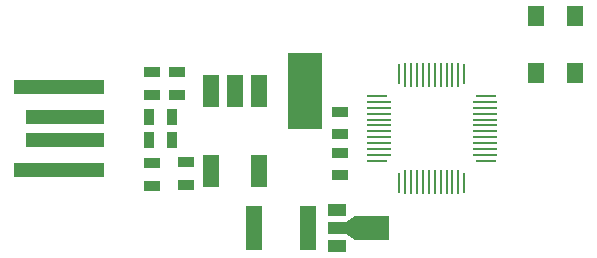
<source format=gtp>
G04 #@! TF.FileFunction,Paste,Top*
%FSLAX46Y46*%
G04 Gerber Fmt 4.6, Leading zero omitted, Abs format (unit mm)*
G04 Created by KiCad (PCBNEW (2015-01-02 BZR 5348)-product) date 1/13/2015 8:41:11 AM*
%MOMM*%
G01*
G04 APERTURE LIST*
%ADD10C,0.150000*%
%ADD11R,3.000000X6.400000*%
%ADD12R,1.501140X1.000760*%
%ADD13R,2.999740X1.998980*%
%ADD14R,1.400000X2.750000*%
%ADD15R,1.397000X0.889000*%
%ADD16R,1.397000X3.810000*%
%ADD17R,1.750000X0.250000*%
%ADD18R,2.000000X0.250000*%
%ADD19R,0.250000X1.750000*%
%ADD20R,0.250000X2.000000*%
%ADD21R,1.400000X1.800000*%
%ADD22R,7.600000X1.143000*%
%ADD23R,6.600000X1.143000*%
%ADD24R,0.889000X1.397000*%
G04 APERTURE END LIST*
D10*
D11*
X100059000Y-88870000D03*
D12*
X102748340Y-98948860D03*
X102748340Y-100450000D03*
X102748340Y-101951140D03*
D13*
X105699820Y-100450000D03*
D10*
G36*
X104225350Y-101450760D02*
X103476050Y-100950380D01*
X103476050Y-99949620D01*
X104225350Y-99449240D01*
X104225350Y-101450760D01*
X104225350Y-101450760D01*
G37*
D14*
X94100000Y-88800000D03*
X96100000Y-88800000D03*
X96100000Y-95600000D03*
X92100000Y-88800000D03*
X92100000Y-95600000D03*
D15*
X103000000Y-90582500D03*
X103000000Y-92487500D03*
X103000000Y-95987500D03*
X103000000Y-94082500D03*
X87100000Y-94947500D03*
X87100000Y-96852500D03*
X89200000Y-89152500D03*
X89200000Y-87247500D03*
D16*
X95714000Y-100450000D03*
X100286000Y-100450000D03*
D17*
X106125000Y-94750000D03*
D18*
X106250000Y-94250000D03*
X106250000Y-93750000D03*
X106250000Y-93250000D03*
X106250000Y-92750000D03*
X106250000Y-92250000D03*
X106250000Y-91750000D03*
X106250000Y-91250000D03*
X106250000Y-90750000D03*
X106250000Y-90250000D03*
X106250000Y-89750000D03*
D17*
X106125000Y-89250000D03*
D19*
X108000000Y-87375000D03*
D20*
X108500000Y-87500000D03*
X109000000Y-87500000D03*
X109500000Y-87500000D03*
X110000000Y-87500000D03*
X110500000Y-87500000D03*
X111000000Y-87500000D03*
X111500000Y-87500000D03*
X112000000Y-87500000D03*
X112500000Y-87500000D03*
X113000000Y-87500000D03*
D19*
X113500000Y-87375000D03*
D17*
X115375000Y-94750000D03*
D18*
X115250000Y-94250000D03*
X115250000Y-93750000D03*
X115250000Y-93250000D03*
X115250000Y-92750000D03*
X115250000Y-92250000D03*
X115250000Y-91750000D03*
X115250000Y-91250000D03*
X115250000Y-90750000D03*
X115250000Y-90250000D03*
X115250000Y-89750000D03*
D17*
X115375000Y-89250000D03*
D19*
X108000000Y-96625000D03*
D20*
X108500000Y-96500000D03*
X109000000Y-96500000D03*
X109500000Y-96500000D03*
X110000000Y-96500000D03*
X110500000Y-96500000D03*
X111000000Y-96500000D03*
X111500000Y-96500000D03*
X112000000Y-96500000D03*
X112500000Y-96500000D03*
X113000000Y-96500000D03*
D19*
X113500000Y-96625000D03*
D21*
X122850000Y-82500000D03*
X119550000Y-82500000D03*
X119550000Y-87300000D03*
X122850000Y-87300000D03*
D22*
X79200000Y-88511310D03*
D23*
X79700000Y-91013210D03*
X79700000Y-92986790D03*
D22*
X79200000Y-95488690D03*
D15*
X89911700Y-96791600D03*
X89911700Y-94886600D03*
X87100000Y-87247500D03*
X87100000Y-89152500D03*
D24*
X86847500Y-93000000D03*
X88752500Y-93000000D03*
X86847500Y-91000000D03*
X88752500Y-91000000D03*
M02*

</source>
